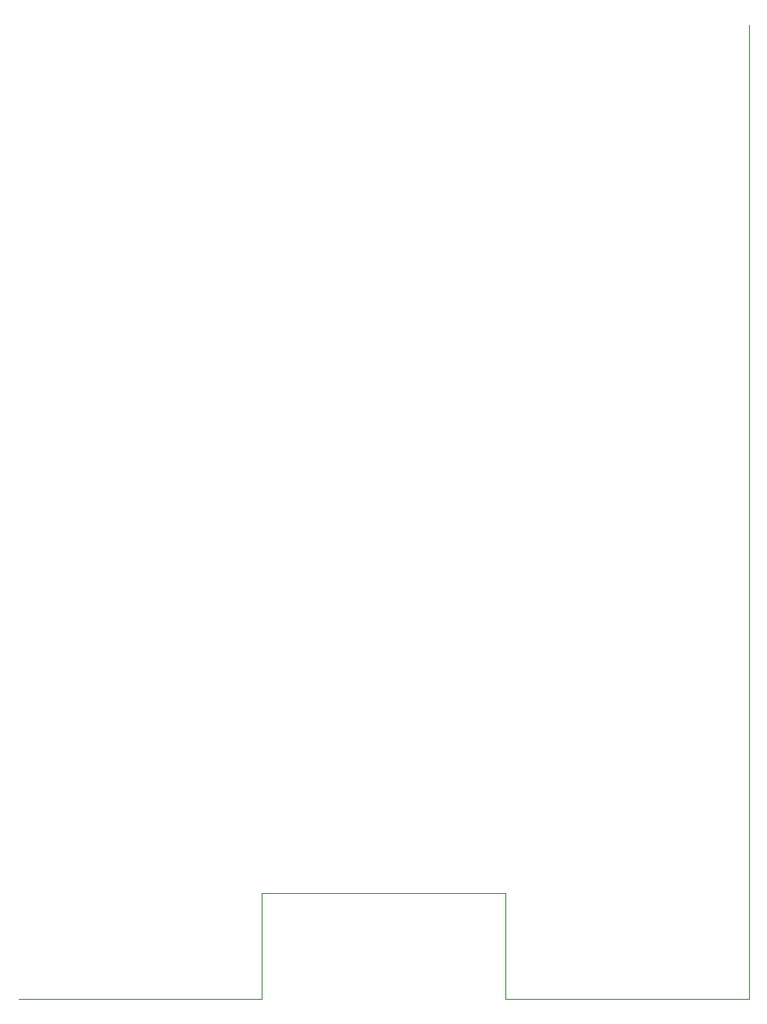
<source format=gbr>
G04 (created by PCBNEW (2013-08-24 BZR 4298)-stable) date Thu 19 Sep 2013 07:20:33 PM PDT*
%MOIN*%
G04 Gerber Fmt 3.4, Leading zero omitted, Abs format*
%FSLAX34Y34*%
G01*
G70*
G90*
G04 APERTURE LIST*
%ADD10C,0.005906*%
%ADD11C,0.003937*%
G04 APERTURE END LIST*
G54D10*
G54D11*
X27165Y-39370D02*
X27165Y-3149D01*
X18110Y-39370D02*
X27165Y-39370D01*
X18110Y-35433D02*
X18110Y-39370D01*
X9055Y-35433D02*
X18110Y-35433D01*
X9055Y-39370D02*
X9055Y-35433D01*
X9Y-39370D02*
X9055Y-39370D01*
M02*

</source>
